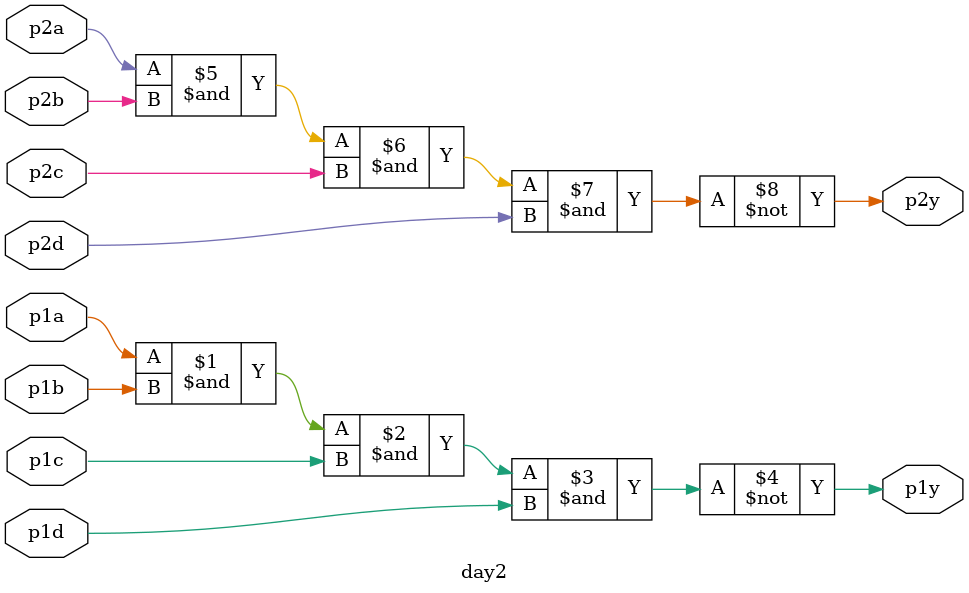
<source format=v>
module day2( input p1a,p1b,p1c,p1d,p2a,p2b,p2c,p2d, output p1y,p2y);
  assign p1y=~(p1a&p1b&p1c&p1d);
  assign p2y=~(p2a&p2b&p2c&p2d);
  
endmodule

</source>
